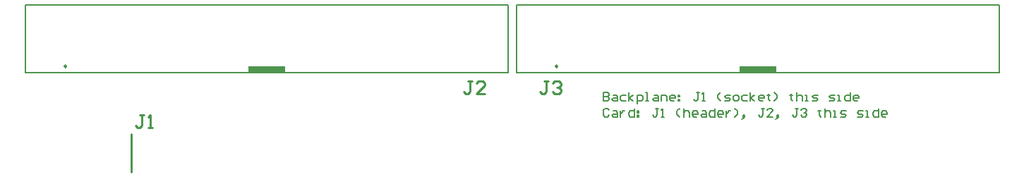
<source format=gto>
G04*
G04 #@! TF.GenerationSoftware,Altium Limited,Altium Designer,20.2.6 (244)*
G04*
G04 Layer_Color=65535*
%FSAX24Y24*%
%MOIN*%
G70*
G04*
G04 #@! TF.SameCoordinates,79835426-5826-47FF-A966-97B9D47979B7*
G04*
G04*
G04 #@! TF.FilePolarity,Positive*
G04*
G01*
G75*
%ADD10C,0.0098*%
%ADD11C,0.0079*%
%ADD12C,0.0100*%
%ADD13C,0.0080*%
%ADD14R,0.1772X0.0315*%
D10*
X232538Y131152D02*
G03*
X232538Y131152I-000049J000000D01*
G01*
X255738D02*
G03*
X255738Y131152I-000049J000000D01*
G01*
D11*
X253789Y130865D02*
Y134065D01*
Y130865D02*
X276589D01*
X253789Y134065D02*
X276589D01*
Y130865D02*
Y134065D01*
X253389Y130865D02*
Y134065D01*
X230589D02*
X253389D01*
X230589Y130865D02*
X253389D01*
X230589D02*
Y134065D01*
D12*
X235589Y126165D02*
Y127965D01*
X236189Y128865D02*
X235989D01*
X236089D01*
Y128365D01*
X235989Y128265D01*
X235889D01*
X235789Y128365D01*
X236389Y128265D02*
X236589D01*
X236489D01*
Y128865D01*
X236389Y128765D01*
X255289Y130465D02*
X255089D01*
X255189D01*
Y129965D01*
X255089Y129865D01*
X254989D01*
X254889Y129965D01*
X255489Y130365D02*
X255589Y130465D01*
X255789D01*
X255889Y130365D01*
Y130265D01*
X255789Y130165D01*
X255689D01*
X255789D01*
X255889Y130065D01*
Y129965D01*
X255789Y129865D01*
X255589D01*
X255489Y129965D01*
X251689Y130465D02*
X251489D01*
X251589D01*
Y129965D01*
X251489Y129865D01*
X251389D01*
X251289Y129965D01*
X252289Y129865D02*
X251889D01*
X252289Y130265D01*
Y130365D01*
X252189Y130465D01*
X251989D01*
X251889Y130365D01*
D13*
X258156Y129098D02*
X258089Y129165D01*
X257956D01*
X257889Y129098D01*
Y128832D01*
X257956Y128765D01*
X258089D01*
X258156Y128832D01*
X258356Y129032D02*
X258489D01*
X258556Y128965D01*
Y128765D01*
X258356D01*
X258289Y128832D01*
X258356Y128898D01*
X258556D01*
X258689Y129032D02*
Y128765D01*
Y128898D01*
X258755Y128965D01*
X258822Y129032D01*
X258889D01*
X259355Y129165D02*
Y128765D01*
X259155D01*
X259089Y128832D01*
Y128965D01*
X259155Y129032D01*
X259355D01*
X259489D02*
X259555D01*
Y128965D01*
X259489D01*
Y129032D01*
Y128832D02*
X259555D01*
Y128765D01*
X259489D01*
Y128832D01*
X260488Y129165D02*
X260355D01*
X260422D01*
Y128832D01*
X260355Y128765D01*
X260288D01*
X260222Y128832D01*
X260622Y128765D02*
X260755D01*
X260688D01*
Y129165D01*
X260622Y129098D01*
X261488Y128765D02*
X261355Y128898D01*
Y129032D01*
X261488Y129165D01*
X261688D02*
Y128765D01*
Y128965D01*
X261754Y129032D01*
X261888D01*
X261954Y128965D01*
Y128765D01*
X262288D02*
X262154D01*
X262088Y128832D01*
Y128965D01*
X262154Y129032D01*
X262288D01*
X262354Y128965D01*
Y128898D01*
X262088D01*
X262554Y129032D02*
X262688D01*
X262754Y128965D01*
Y128765D01*
X262554D01*
X262488Y128832D01*
X262554Y128898D01*
X262754D01*
X263154Y129165D02*
Y128765D01*
X262954D01*
X262887Y128832D01*
Y128965D01*
X262954Y129032D01*
X263154D01*
X263487Y128765D02*
X263354D01*
X263287Y128832D01*
Y128965D01*
X263354Y129032D01*
X263487D01*
X263554Y128965D01*
Y128898D01*
X263287D01*
X263687Y129032D02*
Y128765D01*
Y128898D01*
X263754Y128965D01*
X263820Y129032D01*
X263887D01*
X264087Y128765D02*
X264220Y128898D01*
Y129032D01*
X264087Y129165D01*
X264487Y128698D02*
X264554Y128765D01*
Y128832D01*
X264487D01*
Y128765D01*
X264554D01*
X264487Y128698D01*
X264420Y128632D01*
X265487Y129165D02*
X265353D01*
X265420D01*
Y128832D01*
X265353Y128765D01*
X265287D01*
X265220Y128832D01*
X265886Y128765D02*
X265620D01*
X265886Y129032D01*
Y129098D01*
X265820Y129165D01*
X265687D01*
X265620Y129098D01*
X266086Y128698D02*
X266153Y128765D01*
Y128832D01*
X266086D01*
Y128765D01*
X266153D01*
X266086Y128698D01*
X266020Y128632D01*
X267086Y129165D02*
X266953D01*
X267019D01*
Y128832D01*
X266953Y128765D01*
X266886D01*
X266820Y128832D01*
X267219Y129098D02*
X267286Y129165D01*
X267419D01*
X267486Y129098D01*
Y129032D01*
X267419Y128965D01*
X267353D01*
X267419D01*
X267486Y128898D01*
Y128832D01*
X267419Y128765D01*
X267286D01*
X267219Y128832D01*
X268086Y129098D02*
Y129032D01*
X268019D01*
X268152D01*
X268086D01*
Y128832D01*
X268152Y128765D01*
X268352Y129165D02*
Y128765D01*
Y128965D01*
X268419Y129032D01*
X268552D01*
X268619Y128965D01*
Y128765D01*
X268752D02*
X268886D01*
X268819D01*
Y129032D01*
X268752D01*
X269085Y128765D02*
X269285D01*
X269352Y128832D01*
X269285Y128898D01*
X269152D01*
X269085Y128965D01*
X269152Y129032D01*
X269352D01*
X269885Y128765D02*
X270085D01*
X270152Y128832D01*
X270085Y128898D01*
X269952D01*
X269885Y128965D01*
X269952Y129032D01*
X270152D01*
X270285Y128765D02*
X270418D01*
X270352D01*
Y129032D01*
X270285D01*
X270885Y129165D02*
Y128765D01*
X270685D01*
X270618Y128832D01*
Y128965D01*
X270685Y129032D01*
X270885D01*
X271218Y128765D02*
X271085D01*
X271018Y128832D01*
Y128965D01*
X271085Y129032D01*
X271218D01*
X271285Y128965D01*
Y128898D01*
X271018D01*
X257889Y129915D02*
Y129515D01*
X258089D01*
X258156Y129582D01*
Y129648D01*
X258089Y129715D01*
X257889D01*
X258089D01*
X258156Y129782D01*
Y129848D01*
X258089Y129915D01*
X257889D01*
X258356Y129782D02*
X258489D01*
X258556Y129715D01*
Y129515D01*
X258356D01*
X258289Y129582D01*
X258356Y129648D01*
X258556D01*
X258955Y129782D02*
X258755D01*
X258689Y129715D01*
Y129582D01*
X258755Y129515D01*
X258955D01*
X259089D02*
Y129915D01*
Y129648D02*
X259289Y129782D01*
X259089Y129648D02*
X259289Y129515D01*
X259489Y129382D02*
Y129782D01*
X259688D01*
X259755Y129715D01*
Y129582D01*
X259688Y129515D01*
X259489D01*
X259888D02*
X260022D01*
X259955D01*
Y129915D01*
X259888D01*
X260288Y129782D02*
X260422D01*
X260488Y129715D01*
Y129515D01*
X260288D01*
X260222Y129582D01*
X260288Y129648D01*
X260488D01*
X260622Y129515D02*
Y129782D01*
X260821D01*
X260888Y129715D01*
Y129515D01*
X261221D02*
X261088D01*
X261021Y129582D01*
Y129715D01*
X261088Y129782D01*
X261221D01*
X261288Y129715D01*
Y129648D01*
X261021D01*
X261421Y129782D02*
X261488D01*
Y129715D01*
X261421D01*
Y129782D01*
Y129582D02*
X261488D01*
Y129515D01*
X261421D01*
Y129582D01*
X262421Y129915D02*
X262288D01*
X262354D01*
Y129582D01*
X262288Y129515D01*
X262221D01*
X262154Y129582D01*
X262554Y129515D02*
X262688D01*
X262621D01*
Y129915D01*
X262554Y129848D01*
X263421Y129515D02*
X263287Y129648D01*
Y129782D01*
X263421Y129915D01*
X263621Y129515D02*
X263820D01*
X263887Y129582D01*
X263820Y129648D01*
X263687D01*
X263621Y129715D01*
X263687Y129782D01*
X263887D01*
X264087Y129515D02*
X264220D01*
X264287Y129582D01*
Y129715D01*
X264220Y129782D01*
X264087D01*
X264020Y129715D01*
Y129582D01*
X264087Y129515D01*
X264687Y129782D02*
X264487D01*
X264420Y129715D01*
Y129582D01*
X264487Y129515D01*
X264687D01*
X264820D02*
Y129915D01*
Y129648D02*
X265020Y129782D01*
X264820Y129648D02*
X265020Y129515D01*
X265420D02*
X265287D01*
X265220Y129582D01*
Y129715D01*
X265287Y129782D01*
X265420D01*
X265487Y129715D01*
Y129648D01*
X265220D01*
X265687Y129848D02*
Y129782D01*
X265620D01*
X265753D01*
X265687D01*
Y129582D01*
X265753Y129515D01*
X265953D02*
X266086Y129648D01*
Y129782D01*
X265953Y129915D01*
X266753Y129848D02*
Y129782D01*
X266686D01*
X266820D01*
X266753D01*
Y129582D01*
X266820Y129515D01*
X267019Y129915D02*
Y129515D01*
Y129715D01*
X267086Y129782D01*
X267219D01*
X267286Y129715D01*
Y129515D01*
X267419D02*
X267553D01*
X267486D01*
Y129782D01*
X267419D01*
X267753Y129515D02*
X267952D01*
X268019Y129582D01*
X267952Y129648D01*
X267819D01*
X267753Y129715D01*
X267819Y129782D01*
X268019D01*
X268552Y129515D02*
X268752D01*
X268819Y129582D01*
X268752Y129648D01*
X268619D01*
X268552Y129715D01*
X268619Y129782D01*
X268819D01*
X268952Y129515D02*
X269085D01*
X269019D01*
Y129782D01*
X268952D01*
X269552Y129915D02*
Y129515D01*
X269352D01*
X269285Y129582D01*
Y129715D01*
X269352Y129782D01*
X269552D01*
X269885Y129515D02*
X269752D01*
X269685Y129582D01*
Y129715D01*
X269752Y129782D01*
X269885D01*
X269952Y129715D01*
Y129648D01*
X269685D01*
D14*
X265189Y131001D02*
D03*
X241989D02*
D03*
M02*

</source>
